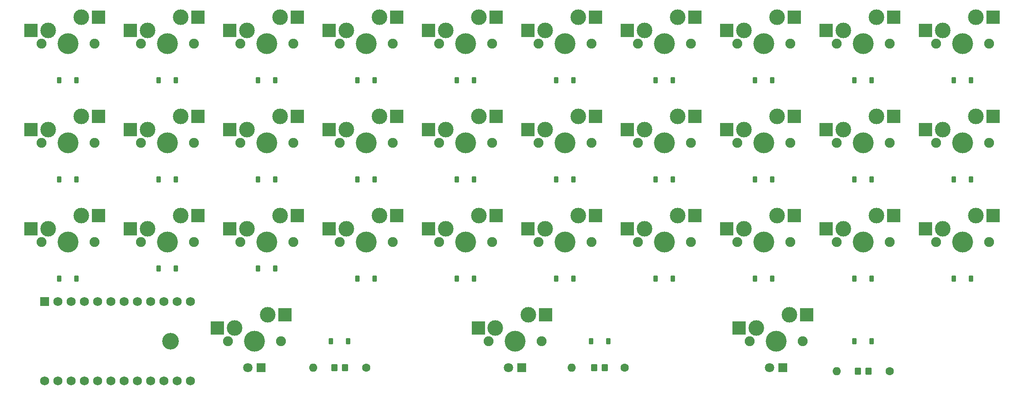
<source format=gbr>
%TF.GenerationSoftware,KiCad,Pcbnew,7.0.2-0*%
%TF.CreationDate,2023-05-11T14:31:08+08:00*%
%TF.ProjectId,Anya,416e7961-2e6b-4696-9361-645f70636258,rev?*%
%TF.SameCoordinates,Original*%
%TF.FileFunction,Soldermask,Bot*%
%TF.FilePolarity,Negative*%
%FSLAX46Y46*%
G04 Gerber Fmt 4.6, Leading zero omitted, Abs format (unit mm)*
G04 Created by KiCad (PCBNEW 7.0.2-0) date 2023-05-11 14:31:08*
%MOMM*%
%LPD*%
G01*
G04 APERTURE LIST*
G04 Aperture macros list*
%AMRoundRect*
0 Rectangle with rounded corners*
0 $1 Rounding radius*
0 $2 $3 $4 $5 $6 $7 $8 $9 X,Y pos of 4 corners*
0 Add a 4 corners polygon primitive as box body*
4,1,4,$2,$3,$4,$5,$6,$7,$8,$9,$2,$3,0*
0 Add four circle primitives for the rounded corners*
1,1,$1+$1,$2,$3*
1,1,$1+$1,$4,$5*
1,1,$1+$1,$6,$7*
1,1,$1+$1,$8,$9*
0 Add four rect primitives between the rounded corners*
20,1,$1+$1,$2,$3,$4,$5,0*
20,1,$1+$1,$4,$5,$6,$7,0*
20,1,$1+$1,$6,$7,$8,$9,0*
20,1,$1+$1,$8,$9,$2,$3,0*%
G04 Aperture macros list end*
%ADD10C,1.900000*%
%ADD11C,3.000000*%
%ADD12C,4.000000*%
%ADD13R,2.550000X2.500000*%
%ADD14R,1.800000X1.800000*%
%ADD15C,1.800000*%
%ADD16C,1.600000*%
%ADD17O,1.600000X1.600000*%
%ADD18C,3.200000*%
%ADD19RoundRect,0.225000X0.225000X0.375000X-0.225000X0.375000X-0.225000X-0.375000X0.225000X-0.375000X0*%
%ADD20R,1.752600X1.752600*%
%ADD21C,1.752600*%
%ADD22RoundRect,0.250000X0.350000X0.450000X-0.350000X0.450000X-0.350000X-0.450000X0.350000X-0.450000X0*%
G04 APERTURE END LIST*
D10*
%TO.C,SW32*%
X144145000Y-101600000D03*
D11*
X145415000Y-99060000D03*
D12*
X149225000Y-101600000D03*
D11*
X151765000Y-96520000D03*
D10*
X154305000Y-101600000D03*
D13*
X142140000Y-99060000D03*
X155067000Y-96520000D03*
%TD*%
D10*
%TO.C,SW29*%
X210820000Y-82550000D03*
D11*
X212090000Y-80010000D03*
D12*
X215900000Y-82550000D03*
D11*
X218440000Y-77470000D03*
D10*
X220980000Y-82550000D03*
D13*
X208815000Y-80010000D03*
X221742000Y-77470000D03*
%TD*%
D14*
%TO.C,D34*%
X100488750Y-106680000D03*
D15*
X97948750Y-106680000D03*
%TD*%
D10*
%TO.C,SW13*%
X96520000Y-63500000D03*
D11*
X97790000Y-60960000D03*
D12*
X101600000Y-63500000D03*
D11*
X104140000Y-58420000D03*
D10*
X106680000Y-63500000D03*
D13*
X94515000Y-60960000D03*
X107442000Y-58420000D03*
%TD*%
D10*
%TO.C,SW27*%
X172720000Y-82550000D03*
D11*
X173990000Y-80010000D03*
D12*
X177800000Y-82550000D03*
D11*
X180340000Y-77470000D03*
D10*
X182880000Y-82550000D03*
D13*
X170715000Y-80010000D03*
X183642000Y-77470000D03*
%TD*%
D10*
%TO.C,SW24*%
X115570000Y-82550000D03*
D11*
X116840000Y-80010000D03*
D12*
X120650000Y-82550000D03*
D11*
X123190000Y-77470000D03*
D10*
X125730000Y-82550000D03*
D13*
X113565000Y-80010000D03*
X126492000Y-77470000D03*
%TD*%
D16*
%TO.C,R2*%
X120650000Y-106680000D03*
D17*
X110490000Y-106680000D03*
%TD*%
D16*
%TO.C,R4*%
X170180000Y-106680000D03*
D17*
X160020000Y-106680000D03*
%TD*%
D10*
%TO.C,SW8*%
X191770000Y-44450000D03*
D11*
X193040000Y-41910000D03*
D12*
X196850000Y-44450000D03*
D11*
X199390000Y-39370000D03*
D10*
X201930000Y-44450000D03*
D13*
X189765000Y-41910000D03*
X202692000Y-39370000D03*
%TD*%
D10*
%TO.C,SW15*%
X134620000Y-63500000D03*
D11*
X135890000Y-60960000D03*
D12*
X139700000Y-63500000D03*
D11*
X142240000Y-58420000D03*
D10*
X144780000Y-63500000D03*
D13*
X132615000Y-60960000D03*
X145542000Y-58420000D03*
%TD*%
D16*
%TO.C,R6*%
X220980000Y-107315000D03*
D17*
X210820000Y-107315000D03*
%TD*%
D10*
%TO.C,SW1*%
X58420000Y-44450000D03*
D11*
X59690000Y-41910000D03*
D12*
X63500000Y-44450000D03*
D11*
X66040000Y-39370000D03*
D10*
X68580000Y-44450000D03*
D13*
X56415000Y-41910000D03*
X69342000Y-39370000D03*
%TD*%
D10*
%TO.C,SW6*%
X153670000Y-44450000D03*
D11*
X154940000Y-41910000D03*
D12*
X158750000Y-44450000D03*
D11*
X161290000Y-39370000D03*
D10*
X163830000Y-44450000D03*
D13*
X151665000Y-41910000D03*
X164592000Y-39370000D03*
%TD*%
D10*
%TO.C,SW2*%
X77470000Y-44450000D03*
D11*
X78740000Y-41910000D03*
D12*
X82550000Y-44450000D03*
D11*
X85090000Y-39370000D03*
D10*
X87630000Y-44450000D03*
D13*
X75465000Y-41910000D03*
X88392000Y-39370000D03*
%TD*%
D10*
%TO.C,SW7*%
X172720000Y-44450000D03*
D11*
X173990000Y-41910000D03*
D12*
X177800000Y-44450000D03*
D11*
X180340000Y-39370000D03*
D10*
X182880000Y-44450000D03*
D13*
X170715000Y-41910000D03*
X183642000Y-39370000D03*
%TD*%
D10*
%TO.C,SW26*%
X153670000Y-82550000D03*
D11*
X154940000Y-80010000D03*
D12*
X158750000Y-82550000D03*
D11*
X161290000Y-77470000D03*
D10*
X163830000Y-82550000D03*
D13*
X151665000Y-80010000D03*
X164592000Y-77470000D03*
%TD*%
D10*
%TO.C,SW3*%
X96520000Y-44450000D03*
D11*
X97790000Y-41910000D03*
D12*
X101600000Y-44450000D03*
D11*
X104140000Y-39370000D03*
D10*
X106680000Y-44450000D03*
D13*
X94515000Y-41910000D03*
X107442000Y-39370000D03*
%TD*%
D10*
%TO.C,SW21*%
X58420000Y-82550000D03*
D11*
X59690000Y-80010000D03*
D12*
X63500000Y-82550000D03*
D11*
X66040000Y-77470000D03*
D10*
X68580000Y-82550000D03*
D13*
X56415000Y-80010000D03*
X69342000Y-77470000D03*
%TD*%
D14*
%TO.C,D35*%
X150495000Y-106680000D03*
D15*
X147955000Y-106680000D03*
%TD*%
D14*
%TO.C,D36*%
X200501250Y-106680000D03*
D15*
X197961250Y-106680000D03*
%TD*%
D10*
%TO.C,SW12*%
X77470000Y-63500000D03*
D11*
X78740000Y-60960000D03*
D12*
X82550000Y-63500000D03*
D11*
X85090000Y-58420000D03*
D10*
X87630000Y-63500000D03*
D13*
X75465000Y-60960000D03*
X88392000Y-58420000D03*
%TD*%
D18*
%TO.C,REF\u002A\u002A*%
X83185000Y-101600000D03*
%TD*%
D10*
%TO.C,SW31*%
X94138750Y-101600000D03*
D11*
X95408750Y-99060000D03*
D12*
X99218750Y-101600000D03*
D11*
X101758750Y-96520000D03*
D10*
X104298750Y-101600000D03*
D13*
X92133750Y-99060000D03*
X105060750Y-96520000D03*
%TD*%
D10*
%TO.C,SW23*%
X96520000Y-82550000D03*
D11*
X97790000Y-80010000D03*
D12*
X101600000Y-82550000D03*
D11*
X104140000Y-77470000D03*
D10*
X106680000Y-82550000D03*
D13*
X94515000Y-80010000D03*
X107442000Y-77470000D03*
%TD*%
D10*
%TO.C,SW10*%
X229870000Y-44450000D03*
D11*
X231140000Y-41910000D03*
D12*
X234950000Y-44450000D03*
D11*
X237490000Y-39370000D03*
D10*
X240030000Y-44450000D03*
D13*
X227865000Y-41910000D03*
X240792000Y-39370000D03*
%TD*%
D10*
%TO.C,SW17*%
X172720000Y-63500000D03*
D11*
X173990000Y-60960000D03*
D12*
X177800000Y-63500000D03*
D11*
X180340000Y-58420000D03*
D10*
X182880000Y-63500000D03*
D13*
X170715000Y-60960000D03*
X183642000Y-58420000D03*
%TD*%
D10*
%TO.C,SW4*%
X115570000Y-44450000D03*
D11*
X116840000Y-41910000D03*
D12*
X120650000Y-44450000D03*
D11*
X123190000Y-39370000D03*
D10*
X125730000Y-44450000D03*
D13*
X113565000Y-41910000D03*
X126492000Y-39370000D03*
%TD*%
D10*
%TO.C,SW14*%
X115570000Y-63500000D03*
D11*
X116840000Y-60960000D03*
D12*
X120650000Y-63500000D03*
D11*
X123190000Y-58420000D03*
D10*
X125730000Y-63500000D03*
D13*
X113565000Y-60960000D03*
X126492000Y-58420000D03*
%TD*%
D10*
%TO.C,SW20*%
X229870000Y-63500000D03*
D11*
X231140000Y-60960000D03*
D12*
X234950000Y-63500000D03*
D11*
X237490000Y-58420000D03*
D10*
X240030000Y-63500000D03*
D13*
X227865000Y-60960000D03*
X240792000Y-58420000D03*
%TD*%
D10*
%TO.C,SW9*%
X210820000Y-44450000D03*
D11*
X212090000Y-41910000D03*
D12*
X215900000Y-44450000D03*
D11*
X218440000Y-39370000D03*
D10*
X220980000Y-44450000D03*
D13*
X208815000Y-41910000D03*
X221742000Y-39370000D03*
%TD*%
D10*
%TO.C,SW30*%
X229870000Y-82550000D03*
D11*
X231140000Y-80010000D03*
D12*
X234950000Y-82550000D03*
D11*
X237490000Y-77470000D03*
D10*
X240030000Y-82550000D03*
D13*
X227865000Y-80010000D03*
X240792000Y-77470000D03*
%TD*%
D10*
%TO.C,SW33*%
X194151250Y-101600000D03*
D11*
X195421250Y-99060000D03*
D12*
X199231250Y-101600000D03*
D11*
X201771250Y-96520000D03*
D10*
X204311250Y-101600000D03*
D13*
X192146250Y-99060000D03*
X205073250Y-96520000D03*
%TD*%
D10*
%TO.C,SW25*%
X134620000Y-82550000D03*
D11*
X135890000Y-80010000D03*
D12*
X139700000Y-82550000D03*
D11*
X142240000Y-77470000D03*
D10*
X144780000Y-82550000D03*
D13*
X132615000Y-80010000D03*
X145542000Y-77470000D03*
%TD*%
D10*
%TO.C,SW5*%
X134620000Y-44450000D03*
D11*
X135890000Y-41910000D03*
D12*
X139700000Y-44450000D03*
D11*
X142240000Y-39370000D03*
D10*
X144780000Y-44450000D03*
D13*
X132615000Y-41910000D03*
X145542000Y-39370000D03*
%TD*%
D10*
%TO.C,SW19*%
X210820000Y-63500000D03*
D11*
X212090000Y-60960000D03*
D12*
X215900000Y-63500000D03*
D11*
X218440000Y-58420000D03*
D10*
X220980000Y-63500000D03*
D13*
X208815000Y-60960000D03*
X221742000Y-58420000D03*
%TD*%
D10*
%TO.C,SW11*%
X58420000Y-63500000D03*
D11*
X59690000Y-60960000D03*
D12*
X63500000Y-63500000D03*
D11*
X66040000Y-58420000D03*
D10*
X68580000Y-63500000D03*
D13*
X56415000Y-60960000D03*
X69342000Y-58420000D03*
%TD*%
D10*
%TO.C,SW28*%
X191770000Y-82550000D03*
D11*
X193040000Y-80010000D03*
D12*
X196850000Y-82550000D03*
D11*
X199390000Y-77470000D03*
D10*
X201930000Y-82550000D03*
D13*
X189765000Y-80010000D03*
X202692000Y-77470000D03*
%TD*%
D10*
%TO.C,SW16*%
X153670000Y-63500000D03*
D11*
X154940000Y-60960000D03*
D12*
X158750000Y-63500000D03*
D11*
X161290000Y-58420000D03*
D10*
X163830000Y-63500000D03*
D13*
X151665000Y-60960000D03*
X164592000Y-58420000D03*
%TD*%
D10*
%TO.C,SW18*%
X191770000Y-63500000D03*
D11*
X193040000Y-60960000D03*
D12*
X196850000Y-63500000D03*
D11*
X199390000Y-58420000D03*
D10*
X201930000Y-63500000D03*
D13*
X189765000Y-60960000D03*
X202692000Y-58420000D03*
%TD*%
D10*
%TO.C,SW22*%
X77470000Y-82550000D03*
D11*
X78740000Y-80010000D03*
D12*
X82550000Y-82550000D03*
D11*
X85090000Y-77470000D03*
D10*
X87630000Y-82550000D03*
D13*
X75465000Y-80010000D03*
X88392000Y-77470000D03*
%TD*%
D19*
%TO.C,D20*%
X236600000Y-70485000D03*
X233300000Y-70485000D03*
%TD*%
%TO.C,D12*%
X84200000Y-70485000D03*
X80900000Y-70485000D03*
%TD*%
%TO.C,D7*%
X179450000Y-51435000D03*
X176150000Y-51435000D03*
%TD*%
D20*
%TO.C,U1*%
X59055000Y-93980000D03*
D21*
X61595000Y-93980000D03*
X64135000Y-93980000D03*
X66675000Y-93980000D03*
X69215000Y-93980000D03*
X71755000Y-93980000D03*
X74295000Y-93980000D03*
X76835000Y-93980000D03*
X79375000Y-93980000D03*
X81915000Y-93980000D03*
X84455000Y-93980000D03*
X86995000Y-93980000D03*
X86995000Y-109220000D03*
X84455000Y-109220000D03*
X81915000Y-109220000D03*
X79375000Y-109220000D03*
X76835000Y-109220000D03*
X74295000Y-109220000D03*
X71755000Y-109220000D03*
X69215000Y-109220000D03*
X66675000Y-109220000D03*
X64135000Y-109220000D03*
X61595000Y-109220000D03*
X59055000Y-109220000D03*
%TD*%
D19*
%TO.C,D14*%
X122300000Y-70485000D03*
X119000000Y-70485000D03*
%TD*%
%TO.C,D30*%
X236600000Y-89535000D03*
X233300000Y-89535000D03*
%TD*%
%TO.C,D23*%
X103250000Y-87630000D03*
X99950000Y-87630000D03*
%TD*%
%TO.C,D13*%
X103250000Y-70485000D03*
X99950000Y-70485000D03*
%TD*%
%TO.C,D32*%
X167020000Y-101600000D03*
X163720000Y-101600000D03*
%TD*%
%TO.C,D10*%
X236600000Y-51435000D03*
X233300000Y-51435000D03*
%TD*%
%TO.C,D19*%
X217550000Y-70485000D03*
X214250000Y-70485000D03*
%TD*%
D22*
%TO.C,R5*%
X216900000Y-107315000D03*
X214900000Y-107315000D03*
%TD*%
D19*
%TO.C,D9*%
X217550000Y-51435000D03*
X214250000Y-51435000D03*
%TD*%
%TO.C,D28*%
X198500000Y-89535000D03*
X195200000Y-89535000D03*
%TD*%
%TO.C,D33*%
X217550000Y-101600000D03*
X214250000Y-101600000D03*
%TD*%
%TO.C,D6*%
X160400000Y-51435000D03*
X157100000Y-51435000D03*
%TD*%
%TO.C,D5*%
X141350000Y-51435000D03*
X138050000Y-51435000D03*
%TD*%
%TO.C,D16*%
X160400000Y-70485000D03*
X157100000Y-70485000D03*
%TD*%
%TO.C,D11*%
X65150000Y-70485000D03*
X61850000Y-70485000D03*
%TD*%
%TO.C,D4*%
X122300000Y-51435000D03*
X119000000Y-51435000D03*
%TD*%
D22*
%TO.C,R1*%
X116570000Y-106680000D03*
X114570000Y-106680000D03*
%TD*%
D19*
%TO.C,D15*%
X141350000Y-70485000D03*
X138050000Y-70485000D03*
%TD*%
%TO.C,D29*%
X217550000Y-89535000D03*
X214250000Y-89535000D03*
%TD*%
%TO.C,D26*%
X160400000Y-89535000D03*
X157100000Y-89535000D03*
%TD*%
%TO.C,D31*%
X117220000Y-101600000D03*
X113920000Y-101600000D03*
%TD*%
%TO.C,D25*%
X141350000Y-89535000D03*
X138050000Y-89535000D03*
%TD*%
%TO.C,D1*%
X65150000Y-51435000D03*
X61850000Y-51435000D03*
%TD*%
%TO.C,D3*%
X103250000Y-51435000D03*
X99950000Y-51435000D03*
%TD*%
%TO.C,D8*%
X198500000Y-51435000D03*
X195200000Y-51435000D03*
%TD*%
%TO.C,D27*%
X179450000Y-89535000D03*
X176150000Y-89535000D03*
%TD*%
%TO.C,D2*%
X84200000Y-51435000D03*
X80900000Y-51435000D03*
%TD*%
%TO.C,D24*%
X122300000Y-89535000D03*
X119000000Y-89535000D03*
%TD*%
%TO.C,D22*%
X84200000Y-87630000D03*
X80900000Y-87630000D03*
%TD*%
%TO.C,D21*%
X65150000Y-89535000D03*
X61850000Y-89535000D03*
%TD*%
%TO.C,D18*%
X198500000Y-70485000D03*
X195200000Y-70485000D03*
%TD*%
%TO.C,D17*%
X179450000Y-70485000D03*
X176150000Y-70485000D03*
%TD*%
D22*
%TO.C,R3*%
X166370000Y-106680000D03*
X164370000Y-106680000D03*
%TD*%
M02*

</source>
